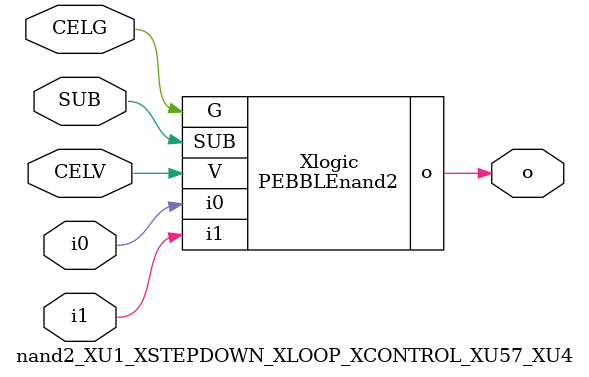
<source format=v>



module PEBBLEnand2 ( o, G, SUB, V, i0, i1 );

  input i0;
  input V;
  input i1;
  input G;
  output o;
  input SUB;
endmodule

//Celera Confidential Do Not Copy nand2_XU1_XSTEPDOWN_XLOOP_XCONTROL_XU57_XU4
//Celera Confidential Symbol Generator
//5V NAND2
module nand2_XU1_XSTEPDOWN_XLOOP_XCONTROL_XU57_XU4 (CELV,CELG,i0,i1,o,SUB);
input CELV;
input CELG;
input i0;
input i1;
input SUB;
output o;

//Celera Confidential Do Not Copy nand2
PEBBLEnand2 Xlogic(
.V (CELV),
.i0 (i0),
.i1 (i1),
.o (o),
.SUB (SUB),
.G (CELG)
);
//,diesize,PEBBLEnand2

//Celera Confidential Do Not Copy Module End
//Celera Schematic Generator
endmodule

</source>
